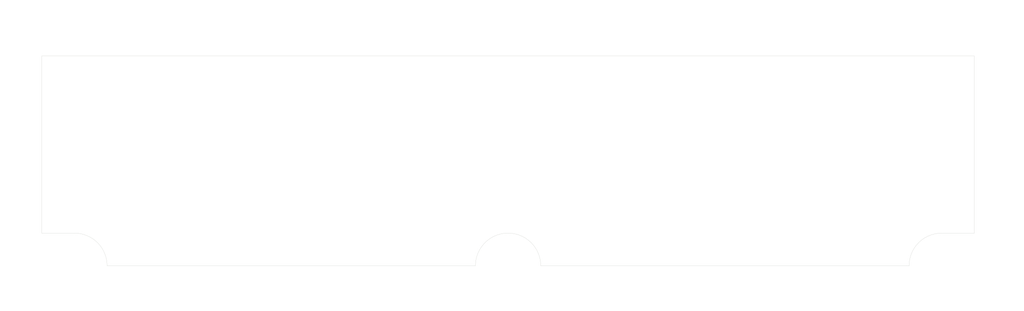
<source format=kicad_pcb>
(kicad_pcb (version 20171130) (host pcbnew "(5.1.6)-1")

  (general
    (thickness 1.6)
    (drawings 32)
    (tracks 0)
    (zones 0)
    (modules 11)
    (nets 1)
  )

  (page A4)
  (title_block
    (title "Фланец для JLH")
    (date 2020-06-29)
    (company "Першин С. С.")
  )

  (layers
    (0 F.Cu signal)
    (31 B.Cu signal)
    (32 B.Adhes user)
    (33 F.Adhes user)
    (34 B.Paste user)
    (35 F.Paste user)
    (36 B.SilkS user)
    (37 F.SilkS user)
    (38 B.Mask user)
    (39 F.Mask user)
    (40 Dwgs.User user)
    (41 Cmts.User user)
    (42 Eco1.User user)
    (43 Eco2.User user)
    (44 Edge.Cuts user)
    (45 Margin user)
    (46 B.CrtYd user)
    (47 F.CrtYd user)
    (48 B.Fab user)
    (49 F.Fab user)
  )

  (setup
    (last_trace_width 0.25)
    (user_trace_width 1)
    (user_trace_width 2.5)
    (user_trace_width 5)
    (trace_clearance 0.2)
    (zone_clearance 0.508)
    (zone_45_only no)
    (trace_min 0.2)
    (via_size 0.8)
    (via_drill 0.4)
    (via_min_size 0.4)
    (via_min_drill 0.3)
    (uvia_size 0.3)
    (uvia_drill 0.1)
    (uvias_allowed no)
    (uvia_min_size 0.2)
    (uvia_min_drill 0.1)
    (edge_width 0.05)
    (segment_width 0.2)
    (pcb_text_width 0.3)
    (pcb_text_size 1.5 1.5)
    (mod_edge_width 0.12)
    (mod_text_size 1 1)
    (mod_text_width 0.15)
    (pad_size 1.524 1.524)
    (pad_drill 0.762)
    (pad_to_mask_clearance 0.051)
    (solder_mask_min_width 0.25)
    (aux_axis_origin 0 0)
    (visible_elements 7FFFFFFF)
    (pcbplotparams
      (layerselection 0x01000_7ffffffe)
      (usegerberextensions false)
      (usegerberattributes false)
      (usegerberadvancedattributes false)
      (creategerberjobfile false)
      (excludeedgelayer true)
      (linewidth 0.100000)
      (plotframeref false)
      (viasonmask false)
      (mode 1)
      (useauxorigin false)
      (hpglpennumber 1)
      (hpglpenspeed 20)
      (hpglpendiameter 15.000000)
      (psnegative false)
      (psa4output false)
      (plotreference true)
      (plotvalue true)
      (plotinvisibletext false)
      (padsonsilk false)
      (subtractmaskfromsilk false)
      (outputformat 1)
      (mirror false)
      (drillshape 0)
      (scaleselection 1)
      (outputdirectory "Output/"))
  )

  (net 0 "")

  (net_class Default "This is the default net class."
    (clearance 0.2)
    (trace_width 0.25)
    (via_dia 0.8)
    (via_drill 0.4)
    (uvia_dia 0.3)
    (uvia_drill 0.1)
  )

  (module JLH-Flange:MountingHole_24mm (layer F.Cu) (tedit 5EFA1B81) (tstamp 5EFA7BA4)
    (at 76.25 100.3 270)
    (descr "Mounting Hole 24mm, no annular")
    (tags "mounting hole 24mm no annular")
    (path /5EFB1C73)
    (attr virtual)
    (fp_text reference H8 (at 0 -9.4 90) (layer F.SilkS) hide
      (effects (font (size 1 1) (thickness 0.15)))
    )
    (fp_text value "24 мм" (at 0 9.4 90) (layer F.Fab)
      (effects (font (size 1 1) (thickness 0.15)))
    )
    (fp_circle (center 0 0) (end 8.65 0) (layer F.CrtYd) (width 0.05))
    (fp_circle (center 0 0) (end 8.4 0) (layer Cmts.User) (width 0.15))
    (fp_text user %R (at 0.3 0 90) (layer F.Fab)
      (effects (font (size 1 1) (thickness 0.15)))
    )
    (pad "" np_thru_hole circle (at 0 0 270) (size 24 24) (drill 24) (layers *.Cu *.Mask))
  )

  (module JLH-Flange:MountingHole_24mm (layer F.Cu) (tedit 5EFA1B81) (tstamp 5EFA7B9C)
    (at 126.25 100.3 270)
    (descr "Mounting Hole 24mm, no annular")
    (tags "mounting hole 24mm no annular")
    (path /5EFB08C5)
    (attr virtual)
    (fp_text reference H7 (at 0 -9.4 90) (layer F.SilkS) hide
      (effects (font (size 1 1) (thickness 0.15)))
    )
    (fp_text value "24 мм" (at 0 9.4 90) (layer F.Fab)
      (effects (font (size 1 1) (thickness 0.15)))
    )
    (fp_circle (center 0 0) (end 8.65 0) (layer F.CrtYd) (width 0.05))
    (fp_circle (center 0 0) (end 8.4 0) (layer Cmts.User) (width 0.15))
    (fp_text user %R (at 0.3 0 90) (layer F.Fab)
      (effects (font (size 1 1) (thickness 0.15)))
    )
    (pad "" np_thru_hole circle (at 0 0 270) (size 24 24) (drill 24) (layers *.Cu *.Mask))
  )

  (module JLH-Flange:MountingHole_24mm (layer F.Cu) (tedit 5EFA1B81) (tstamp 5EFA7B94)
    (at 176.25 100.3 270)
    (descr "Mounting Hole 24mm, no annular")
    (tags "mounting hole 24mm no annular")
    (path /5EFB20D7)
    (attr virtual)
    (fp_text reference H6 (at 0 -9.4 90) (layer F.SilkS) hide
      (effects (font (size 1 1) (thickness 0.15)))
    )
    (fp_text value "24 мм" (at 0 9.4 90) (layer F.Fab)
      (effects (font (size 1 1) (thickness 0.15)))
    )
    (fp_circle (center 0 0) (end 8.65 0) (layer F.CrtYd) (width 0.05))
    (fp_circle (center 0 0) (end 8.4 0) (layer Cmts.User) (width 0.15))
    (fp_text user %R (at 0.3 0 90) (layer F.Fab)
      (effects (font (size 1 1) (thickness 0.15)))
    )
    (pad "" np_thru_hole circle (at 0 0 270) (size 24 24) (drill 24) (layers *.Cu *.Mask))
  )

  (module JLH-Flange:MountingHole_24mm (layer F.Cu) (tedit 5EFA1B81) (tstamp 5EFA7B8C)
    (at 226.25 100.3 270)
    (descr "Mounting Hole 24mm, no annular")
    (tags "mounting hole 24mm no annular")
    (path /5EFADF97)
    (attr virtual)
    (fp_text reference H5 (at 0 -9.4 90) (layer F.SilkS) hide
      (effects (font (size 1 1) (thickness 0.15)))
    )
    (fp_text value "24 мм" (at 0 9.4 90) (layer F.Fab)
      (effects (font (size 1 1) (thickness 0.15)))
    )
    (fp_circle (center 0 0) (end 8.65 0) (layer F.CrtYd) (width 0.05))
    (fp_circle (center 0 0) (end 8.4 0) (layer Cmts.User) (width 0.15))
    (fp_text user %R (at 0.3 0 90) (layer F.Fab)
      (effects (font (size 1 1) (thickness 0.15)))
    )
    (pad "" np_thru_hole circle (at 0 0 270) (size 24 24) (drill 24) (layers *.Cu *.Mask))
  )

  (module MountingHole:MountingHole_8.4mm_M8 (layer F.Cu) (tedit 56D1B4CB) (tstamp 5EFA16FB)
    (at 58.75 81.8 270)
    (descr "Mounting Hole 8.4mm, no annular, M8")
    (tags "mounting hole 8.4mm no annular m8")
    (path /5EFAAB0F)
    (attr virtual)
    (fp_text reference H3 (at 0 -9.4 90) (layer F.SilkS) hide
      (effects (font (size 1 1) (thickness 0.15)))
    )
    (fp_text value "8,4 мм" (at 0 9.4 90) (layer F.Fab)
      (effects (font (size 1 1) (thickness 0.15)))
    )
    (fp_circle (center 0 0) (end 8.4 0) (layer Cmts.User) (width 0.15))
    (fp_circle (center 0 0) (end 8.65 0) (layer F.CrtYd) (width 0.05))
    (fp_text user %R (at 0.3 0 90) (layer F.Fab)
      (effects (font (size 1 1) (thickness 0.15)))
    )
    (pad 1 np_thru_hole circle (at 0 0 270) (size 8.4 8.4) (drill 8.4) (layers *.Cu *.Mask))
  )

  (module MountingHole:MountingHole_8.4mm_M8 (layer F.Cu) (tedit 56D1B4CB) (tstamp 5EFA16F3)
    (at 243.75 81.8 270)
    (descr "Mounting Hole 8.4mm, no annular, M8")
    (tags "mounting hole 8.4mm no annular m8")
    (path /5EFAA6A3)
    (attr virtual)
    (fp_text reference H1 (at 0 -9.4 90) (layer F.SilkS) hide
      (effects (font (size 1 1) (thickness 0.15)))
    )
    (fp_text value "8,4 мм" (at 0 9.4 90) (layer F.Fab)
      (effects (font (size 1 1) (thickness 0.15)))
    )
    (fp_circle (center 0 0) (end 8.4 0) (layer Cmts.User) (width 0.15))
    (fp_circle (center 0 0) (end 8.65 0) (layer F.CrtYd) (width 0.05))
    (fp_text user %R (at 0.3 0 90) (layer F.Fab)
      (effects (font (size 1 1) (thickness 0.15)))
    )
    (pad 1 np_thru_hole circle (at 0 0 270) (size 8.4 8.4) (drill 8.4) (layers *.Cu *.Mask))
  )

  (module MountingHole:MountingHole_4.5mm (layer F.Cu) (tedit 56D1B4CB) (tstamp 5EFA1619)
    (at 201.25 110.3 270)
    (descr "Mounting Hole 4.5mm, no annular")
    (tags "mounting hole 4.5mm no annular")
    (path /5EFA1F80)
    (attr virtual)
    (fp_text reference H11 (at 0 -5.5 90) (layer F.SilkS) hide
      (effects (font (size 1 1) (thickness 0.15)))
    )
    (fp_text value "4,5 мм" (at 0 5.5 90) (layer F.Fab)
      (effects (font (size 1 1) (thickness 0.15)))
    )
    (fp_circle (center 0 0) (end 4.5 0) (layer Cmts.User) (width 0.15))
    (fp_circle (center 0 0) (end 4.75 0) (layer F.CrtYd) (width 0.05))
    (fp_text user %R (at 0.3 0 90) (layer F.Fab)
      (effects (font (size 1 1) (thickness 0.15)))
    )
    (pad 1 np_thru_hole circle (at 0 0 270) (size 4.5 4.5) (drill 4.5) (layers *.Cu *.Mask))
  )

  (module MountingHole:MountingHole_4.5mm (layer F.Cu) (tedit 56D1B4CB) (tstamp 5EFA1611)
    (at 56.25 100.3 270)
    (descr "Mounting Hole 4.5mm, no annular")
    (tags "mounting hole 4.5mm no annular")
    (path /5EFA1526)
    (attr virtual)
    (fp_text reference H10 (at 0 -5.5 90) (layer F.SilkS) hide
      (effects (font (size 1 1) (thickness 0.15)))
    )
    (fp_text value "4,5 мм" (at 0 5.5 90) (layer F.Fab)
      (effects (font (size 1 1) (thickness 0.15)))
    )
    (fp_circle (center 0 0) (end 4.5 0) (layer Cmts.User) (width 0.15))
    (fp_circle (center 0 0) (end 4.75 0) (layer F.CrtYd) (width 0.05))
    (fp_text user %R (at 0.3 0 90) (layer F.Fab)
      (effects (font (size 1 1) (thickness 0.15)))
    )
    (pad 1 np_thru_hole circle (at 0 0 270) (size 4.5 4.5) (drill 4.5) (layers *.Cu *.Mask))
  )

  (module MountingHole:MountingHole_4.5mm (layer F.Cu) (tedit 56D1B4CB) (tstamp 5EFA1609)
    (at 101.25 110.3 270)
    (descr "Mounting Hole 4.5mm, no annular")
    (tags "mounting hole 4.5mm no annular")
    (path /5EFA1CA8)
    (attr virtual)
    (fp_text reference H9 (at 0 -5.5 90) (layer F.SilkS) hide
      (effects (font (size 1 1) (thickness 0.15)))
    )
    (fp_text value "4,5 мм" (at 0 5.5 90) (layer F.Fab)
      (effects (font (size 1 1) (thickness 0.15)))
    )
    (fp_circle (center 0 0) (end 4.5 0) (layer Cmts.User) (width 0.15))
    (fp_circle (center 0 0) (end 4.75 0) (layer F.CrtYd) (width 0.05))
    (fp_text user %R (at 0.3 0 90) (layer F.Fab)
      (effects (font (size 1 1) (thickness 0.15)))
    )
    (pad 1 np_thru_hole circle (at 0 0 270) (size 4.5 4.5) (drill 4.5) (layers *.Cu *.Mask))
  )

  (module MountingHole:MountingHole_4.5mm (layer F.Cu) (tedit 56D1B4CB) (tstamp 5EFA1601)
    (at 151.25 90.3 270)
    (descr "Mounting Hole 4.5mm, no annular")
    (tags "mounting hole 4.5mm no annular")
    (path /5EFA15A4)
    (attr virtual)
    (fp_text reference H4 (at 0 -5.5 90) (layer F.SilkS) hide
      (effects (font (size 1 1) (thickness 0.15)))
    )
    (fp_text value "4,5 мм" (at 0 5.5 90) (layer F.Fab)
      (effects (font (size 1 1) (thickness 0.15)))
    )
    (fp_circle (center 0 0) (end 4.5 0) (layer Cmts.User) (width 0.15))
    (fp_circle (center 0 0) (end 4.75 0) (layer F.CrtYd) (width 0.05))
    (fp_text user %R (at 0.3 0 90) (layer F.Fab)
      (effects (font (size 1 1) (thickness 0.15)))
    )
    (pad 1 np_thru_hole circle (at 0 0 270) (size 4.5 4.5) (drill 4.5) (layers *.Cu *.Mask))
  )

  (module MountingHole:MountingHole_4.5mm (layer F.Cu) (tedit 56D1B4CB) (tstamp 5EFA15F1)
    (at 246.25 100.3 270)
    (descr "Mounting Hole 4.5mm, no annular")
    (tags "mounting hole 4.5mm no annular")
    (path /5EFA18A5)
    (attr virtual)
    (fp_text reference H2 (at 0 -5.5 90) (layer F.SilkS) hide
      (effects (font (size 1 1) (thickness 0.15)))
    )
    (fp_text value "4,5 мм" (at 0 5.5 90) (layer F.Fab)
      (effects (font (size 1 1) (thickness 0.15)))
    )
    (fp_circle (center 0 0) (end 4.75 0) (layer F.CrtYd) (width 0.05))
    (fp_circle (center 0 0) (end 4.5 0) (layer Cmts.User) (width 0.15))
    (fp_text user %R (at 0.3 0 90) (layer F.Fab)
      (effects (font (size 1 1) (thickness 0.15)))
    )
    (pad 1 np_thru_hole circle (at 0 0 270) (size 4.5 4.5) (drill 4.5) (layers *.Cu *.Mask))
  )

  (dimension 8 (width 0.15) (layer Eco1.User)
    (gr_text "8.000 mm" (at 55.25 130.6) (layer Eco1.User) (tstamp 5EFA8525)
      (effects (font (size 1 1) (thickness 0.15)))
    )
    (feature1 (pts (xy 51.25 113.3) (xy 51.25 129.886421)))
    (feature2 (pts (xy 59.25 113.3) (xy 59.25 129.886421)))
    (crossbar (pts (xy 59.25 129.3) (xy 51.25 129.3)))
    (arrow1a (pts (xy 51.25 129.3) (xy 52.376504 128.713579)))
    (arrow1b (pts (xy 51.25 129.3) (xy 52.376504 129.886421)))
    (arrow2a (pts (xy 59.25 129.3) (xy 58.123496 128.713579)))
    (arrow2b (pts (xy 59.25 129.3) (xy 58.123496 129.886421)))
  )
  (dimension 14 (width 0.15) (layer Eco1.User)
    (gr_text "14.000 mm" (at 58.25 108) (layer Eco1.User) (tstamp 5EFA851F)
      (effects (font (size 1 1) (thickness 0.15)))
    )
    (feature1 (pts (xy 51.25 120.3) (xy 51.25 108.713579)))
    (feature2 (pts (xy 65.25 120.3) (xy 65.25 108.713579)))
    (crossbar (pts (xy 65.25 109.3) (xy 51.25 109.3)))
    (arrow1a (pts (xy 51.25 109.3) (xy 52.376504 108.713579)))
    (arrow1b (pts (xy 51.25 109.3) (xy 52.376504 109.886421)))
    (arrow2a (pts (xy 65.25 109.3) (xy 64.123496 108.713579)))
    (arrow2b (pts (xy 65.25 109.3) (xy 64.123496 109.886421)))
  )
  (dimension 100 (width 0.15) (layer Eco1.User)
    (gr_text "100.000 mm" (at 201.25 64) (layer Eco1.User) (tstamp 5EFA852B)
      (effects (font (size 1 1) (thickness 0.15)))
    )
    (feature1 (pts (xy 251.25 90.3) (xy 251.25 64.713579)))
    (feature2 (pts (xy 151.25 90.3) (xy 151.25 64.713579)))
    (crossbar (pts (xy 151.25 65.3) (xy 251.25 65.3)))
    (arrow1a (pts (xy 251.25 65.3) (xy 250.123496 65.886421)))
    (arrow1b (pts (xy 251.25 65.3) (xy 250.123496 64.713579)))
    (arrow2a (pts (xy 151.25 65.3) (xy 152.376504 65.886421)))
    (arrow2b (pts (xy 151.25 65.3) (xy 152.376504 64.713579)))
  )
  (dimension 100 (width 0.15) (layer Eco1.User)
    (gr_text "100.000 mm" (at 151.25 129.6) (layer Eco1.User) (tstamp 5EFA8501)
      (effects (font (size 1 1) (thickness 0.15)))
    )
    (feature1 (pts (xy 101.25 110.3) (xy 101.25 128.886421)))
    (feature2 (pts (xy 201.25 110.3) (xy 201.25 128.886421)))
    (crossbar (pts (xy 201.25 128.3) (xy 101.25 128.3)))
    (arrow1a (pts (xy 101.25 128.3) (xy 102.376504 127.713579)))
    (arrow1b (pts (xy 101.25 128.3) (xy 102.376504 128.886421)))
    (arrow2a (pts (xy 201.25 128.3) (xy 200.123496 127.713579)))
    (arrow2b (pts (xy 201.25 128.3) (xy 200.123496 128.886421)))
  )
  (dimension 14 (width 0.15) (layer Eco1.User)
    (gr_text "14.000 mm" (at 151.25 108) (layer Eco1.User) (tstamp 5EFA8507)
      (effects (font (size 1 1) (thickness 0.15)))
    )
    (feature1 (pts (xy 144.25 120.3) (xy 144.25 108.713579)))
    (feature2 (pts (xy 158.25 120.3) (xy 158.25 108.713579)))
    (crossbar (pts (xy 158.25 109.3) (xy 144.25 109.3)))
    (arrow1a (pts (xy 144.25 109.3) (xy 145.376504 108.713579)))
    (arrow1b (pts (xy 144.25 109.3) (xy 145.376504 109.886421)))
    (arrow2a (pts (xy 158.25 109.3) (xy 157.123496 108.713579)))
    (arrow2b (pts (xy 158.25 109.3) (xy 157.123496 109.886421)))
  )
  (dimension 15 (width 0.15) (layer Eco1.User)
    (gr_text "15.000 mm" (at 143.95 82.8 -90) (layer Eco1.User) (tstamp 5EFA850D)
      (effects (font (size 1 1) (thickness 0.15)))
    )
    (feature1 (pts (xy 151.25 75.3) (xy 144.663579 75.3)))
    (feature2 (pts (xy 151.25 90.3) (xy 144.663579 90.3)))
    (crossbar (pts (xy 145.25 90.3) (xy 145.25 75.3)))
    (arrow1a (pts (xy 145.25 75.3) (xy 145.836421 76.426504)))
    (arrow1b (pts (xy 145.25 75.3) (xy 144.663579 76.426504)))
    (arrow2a (pts (xy 145.25 90.3) (xy 145.836421 89.173496)))
    (arrow2b (pts (xy 145.25 90.3) (xy 144.663579 89.173496)))
  )
  (dimension 25 (width 0.15) (layer Eco1.User)
    (gr_text "25.000 mm" (at 45.95 87.8 -90) (layer Eco1.User) (tstamp 5EFA84DD)
      (effects (font (size 1 1) (thickness 0.15)))
    )
    (feature1 (pts (xy 56.25 75.3) (xy 46.663579 75.3)))
    (feature2 (pts (xy 56.25 100.3) (xy 46.663579 100.3)))
    (crossbar (pts (xy 47.25 100.3) (xy 47.25 75.3)))
    (arrow1a (pts (xy 47.25 75.3) (xy 47.836421 76.426504)))
    (arrow1b (pts (xy 47.25 75.3) (xy 46.663579 76.426504)))
    (arrow2a (pts (xy 47.25 100.3) (xy 47.836421 99.173496)))
    (arrow2b (pts (xy 47.25 100.3) (xy 46.663579 99.173496)))
  )
  (dimension 7.5 (width 0.15) (layer Eco1.User)
    (gr_text "7.500 mm" (at 55 70) (layer Eco1.User) (tstamp 5EFA84FB)
      (effects (font (size 1 1) (thickness 0.15)))
    )
    (feature1 (pts (xy 51.25 81.8) (xy 51.25 70.713579)))
    (feature2 (pts (xy 58.75 81.8) (xy 58.75 70.713579)))
    (crossbar (pts (xy 58.75 71.3) (xy 51.25 71.3)))
    (arrow1a (pts (xy 51.25 71.3) (xy 52.376504 70.713579)))
    (arrow1b (pts (xy 51.25 71.3) (xy 52.376504 71.886421)))
    (arrow2a (pts (xy 58.75 71.3) (xy 57.623496 70.713579)))
    (arrow2b (pts (xy 58.75 71.3) (xy 57.623496 71.886421)))
  )
  (dimension 50 (width 0.15) (layer Eco1.User)
    (gr_text "50.000 mm" (at 226.25 129.6) (layer Eco1.User) (tstamp 5EFA8519)
      (effects (font (size 1 1) (thickness 0.15)))
    )
    (feature1 (pts (xy 251.25 110.3) (xy 251.25 128.886421)))
    (feature2 (pts (xy 201.25 110.3) (xy 201.25 128.886421)))
    (crossbar (pts (xy 201.25 128.3) (xy 251.25 128.3)))
    (arrow1a (pts (xy 251.25 128.3) (xy 250.123496 128.886421)))
    (arrow1b (pts (xy 251.25 128.3) (xy 250.123496 127.713579)))
    (arrow2a (pts (xy 201.25 128.3) (xy 202.376504 128.886421)))
    (arrow2b (pts (xy 201.25 128.3) (xy 202.376504 127.713579)))
  )
  (dimension 50 (width 0.15) (layer Eco1.User)
    (gr_text "50.000 mm" (at 101.25 125.6) (layer Eco1.User) (tstamp 5EFA8513)
      (effects (font (size 1 1) (thickness 0.15)))
    )
    (feature1 (pts (xy 76.25 100.3) (xy 76.25 124.886421)))
    (feature2 (pts (xy 126.25 100.3) (xy 126.25 124.886421)))
    (crossbar (pts (xy 126.25 124.3) (xy 76.25 124.3)))
    (arrow1a (pts (xy 76.25 124.3) (xy 77.376504 123.713579)))
    (arrow1b (pts (xy 76.25 124.3) (xy 77.376504 124.886421)))
    (arrow2a (pts (xy 126.25 124.3) (xy 125.123496 123.713579)))
    (arrow2b (pts (xy 126.25 124.3) (xy 125.123496 124.886421)))
  )
  (dimension 50 (width 0.15) (layer Eco1.User)
    (gr_text "50.000 mm" (at 151.25 125.6) (layer Eco1.User) (tstamp 5EFA84F5)
      (effects (font (size 1 1) (thickness 0.15)))
    )
    (feature1 (pts (xy 126.25 100.3) (xy 126.25 124.886421)))
    (feature2 (pts (xy 176.25 100.3) (xy 176.25 124.886421)))
    (crossbar (pts (xy 176.25 124.3) (xy 126.25 124.3)))
    (arrow1a (pts (xy 126.25 124.3) (xy 127.376504 123.713579)))
    (arrow1b (pts (xy 126.25 124.3) (xy 127.376504 124.886421)))
    (arrow2a (pts (xy 176.25 124.3) (xy 175.123496 123.713579)))
    (arrow2b (pts (xy 176.25 124.3) (xy 175.123496 124.886421)))
  )
  (dimension 50 (width 0.15) (layer Eco1.User)
    (gr_text "50.000 mm" (at 201.25 125.6) (layer Eco1.User) (tstamp 5EFA84EF)
      (effects (font (size 1 1) (thickness 0.15)))
    )
    (feature1 (pts (xy 176.25 100.3) (xy 176.25 124.886421)))
    (feature2 (pts (xy 226.25 100.3) (xy 226.25 124.886421)))
    (crossbar (pts (xy 226.25 124.3) (xy 176.25 124.3)))
    (arrow1a (pts (xy 176.25 124.3) (xy 177.376504 123.713579)))
    (arrow1b (pts (xy 176.25 124.3) (xy 177.376504 124.886421)))
    (arrow2a (pts (xy 226.25 124.3) (xy 225.123496 123.713579)))
    (arrow2b (pts (xy 226.25 124.3) (xy 225.123496 124.886421)))
  )
  (dimension 25 (width 0.15) (layer Eco1.User)
    (gr_text "25.000 mm" (at 63.75 125.6) (layer Eco1.User) (tstamp 5EFA84E9)
      (effects (font (size 1 1) (thickness 0.15)))
    )
    (feature1 (pts (xy 51.25 100.3) (xy 51.25 124.886421)))
    (feature2 (pts (xy 76.25 100.3) (xy 76.25 124.886421)))
    (crossbar (pts (xy 76.25 124.3) (xy 51.25 124.3)))
    (arrow1a (pts (xy 51.25 124.3) (xy 52.376504 123.713579)))
    (arrow1b (pts (xy 51.25 124.3) (xy 52.376504 124.886421)))
    (arrow2a (pts (xy 76.25 124.3) (xy 75.123496 123.713579)))
    (arrow2b (pts (xy 76.25 124.3) (xy 75.123496 124.886421)))
  )
  (dimension 25 (width 0.15) (layer Eco1.User)
    (gr_text "25.000 mm" (at 238.75 125.6) (layer Eco1.User) (tstamp 5EFA84E3)
      (effects (font (size 1 1) (thickness 0.15)))
    )
    (feature1 (pts (xy 251.25 100.3) (xy 251.25 124.886421)))
    (feature2 (pts (xy 226.25 100.3) (xy 226.25 124.886421)))
    (crossbar (pts (xy 226.25 124.3) (xy 251.25 124.3)))
    (arrow1a (pts (xy 251.25 124.3) (xy 250.123496 124.886421)))
    (arrow1b (pts (xy 251.25 124.3) (xy 250.123496 123.713579)))
    (arrow2a (pts (xy 226.25 124.3) (xy 227.376504 124.886421)))
    (arrow2b (pts (xy 226.25 124.3) (xy 227.376504 123.713579)))
  )
  (dimension 10 (width 0.15) (layer Eco1.User)
    (gr_text "10.000 mm" (at 207.55 115.3 -90) (layer Eco1.User) (tstamp 5EFA84CB)
      (effects (font (size 1 1) (thickness 0.15)))
    )
    (feature1 (pts (xy 201.25 120.3) (xy 206.836421 120.3)))
    (feature2 (pts (xy 201.25 110.3) (xy 206.836421 110.3)))
    (crossbar (pts (xy 206.25 110.3) (xy 206.25 120.3)))
    (arrow1a (pts (xy 206.25 120.3) (xy 205.663579 119.173496)))
    (arrow1b (pts (xy 206.25 120.3) (xy 206.836421 119.173496)))
    (arrow2a (pts (xy 206.25 110.3) (xy 205.663579 111.426504)))
    (arrow2b (pts (xy 206.25 110.3) (xy 206.836421 111.426504)))
  )
  (dimension 5 (width 0.15) (layer Eco1.User)
    (gr_text "5.000 mm" (at 248.75 106.6) (layer Eco1.User) (tstamp 5EFA84BF)
      (effects (font (size 1 1) (thickness 0.15)))
    )
    (feature1 (pts (xy 251.25 100.3) (xy 251.25 105.886421)))
    (feature2 (pts (xy 246.25 100.3) (xy 246.25 105.886421)))
    (crossbar (pts (xy 246.25 105.3) (xy 251.25 105.3)))
    (arrow1a (pts (xy 251.25 105.3) (xy 250.123496 105.886421)))
    (arrow1b (pts (xy 251.25 105.3) (xy 250.123496 104.713579)))
    (arrow2a (pts (xy 246.25 105.3) (xy 247.376504 105.886421)))
    (arrow2b (pts (xy 246.25 105.3) (xy 247.376504 104.713579)))
  )
  (dimension 25 (width 0.15) (layer Eco1.User)
    (gr_text "25.000 mm" (at 212.95 87.8 -90) (layer Eco1.User) (tstamp 5EFA84A4)
      (effects (font (size 1 1) (thickness 0.15)))
    )
    (feature1 (pts (xy 226.25 75.3) (xy 213.663579 75.3)))
    (feature2 (pts (xy 226.25 100.3) (xy 213.663579 100.3)))
    (crossbar (pts (xy 214.25 100.3) (xy 214.25 75.3)))
    (arrow1a (pts (xy 214.25 75.3) (xy 214.836421 76.426504)))
    (arrow1b (pts (xy 214.25 75.3) (xy 213.663579 76.426504)))
    (arrow2a (pts (xy 214.25 100.3) (xy 214.836421 99.173496)))
    (arrow2b (pts (xy 214.25 100.3) (xy 213.663579 99.173496)))
  )
  (dimension 20 (width 0.15) (layer Eco1.User)
    (gr_text "20.000 mm" (at 212.95 110.3 -90) (layer Eco1.User) (tstamp 5EFA84C5)
      (effects (font (size 1 1) (thickness 0.15)))
    )
    (feature1 (pts (xy 226.25 120.3) (xy 213.663579 120.3)))
    (feature2 (pts (xy 226.25 100.3) (xy 213.663579 100.3)))
    (crossbar (pts (xy 214.25 100.3) (xy 214.25 120.3)))
    (arrow1a (pts (xy 214.25 120.3) (xy 213.663579 119.173496)))
    (arrow1b (pts (xy 214.25 120.3) (xy 214.836421 119.173496)))
    (arrow2a (pts (xy 214.25 100.3) (xy 213.663579 101.426504)))
    (arrow2b (pts (xy 214.25 100.3) (xy 214.836421 101.426504)))
  )
  (dimension 24 (width 0.15) (layer Eco1.User)
    (gr_text "24.000 mm" (at 226.25 70) (layer Eco1.User) (tstamp 5EFA84B9)
      (effects (font (size 1 1) (thickness 0.15)))
    )
    (feature1 (pts (xy 214.25 100.3) (xy 214.25 70.713579)))
    (feature2 (pts (xy 238.25 100.3) (xy 238.25 70.713579)))
    (crossbar (pts (xy 238.25 71.3) (xy 214.25 71.3)))
    (arrow1a (pts (xy 214.25 71.3) (xy 215.376504 70.713579)))
    (arrow1b (pts (xy 214.25 71.3) (xy 215.376504 71.886421)))
    (arrow2a (pts (xy 238.25 71.3) (xy 237.123496 70.713579)))
    (arrow2b (pts (xy 238.25 71.3) (xy 237.123496 71.886421)))
  )
  (dimension 8 (width 0.15) (layer Eco1.User)
    (gr_text "8.000 mm" (at 243.75 70) (layer Eco1.User) (tstamp 5EFA84D7)
      (effects (font (size 1 1) (thickness 0.15)))
    )
    (feature1 (pts (xy 239.75 81.8) (xy 239.75 70.713579)))
    (feature2 (pts (xy 247.75 81.8) (xy 247.75 70.713579)))
    (crossbar (pts (xy 247.75 71.3) (xy 239.75 71.3)))
    (arrow1a (pts (xy 239.75 71.3) (xy 240.876504 70.713579)))
    (arrow1b (pts (xy 239.75 71.3) (xy 240.876504 71.886421)))
    (arrow2a (pts (xy 247.75 71.3) (xy 246.623496 70.713579)))
    (arrow2b (pts (xy 247.75 71.3) (xy 246.623496 71.886421)))
  )
  (dimension 38 (width 0.15) (layer Eco1.User)
    (gr_text "38.000 mm" (at 260.55 94.3 -90) (layer Eco1.User) (tstamp 5EFA84B3)
      (effects (font (size 1 1) (thickness 0.15)))
    )
    (feature1 (pts (xy 251.25 113.3) (xy 259.836421 113.3)))
    (feature2 (pts (xy 251.25 75.3) (xy 259.836421 75.3)))
    (crossbar (pts (xy 259.25 75.3) (xy 259.25 113.3)))
    (arrow1a (pts (xy 259.25 113.3) (xy 258.663579 112.173496)))
    (arrow1b (pts (xy 259.25 113.3) (xy 259.836421 112.173496)))
    (arrow2a (pts (xy 259.25 75.3) (xy 258.663579 76.426504)))
    (arrow2b (pts (xy 259.25 75.3) (xy 259.836421 76.426504)))
  )
  (dimension 45 (width 0.15) (layer Eco1.User)
    (gr_text "45.000 mm" (at 256.55 97.8 -90) (layer Eco1.User) (tstamp 5EFA84AD)
      (effects (font (size 1 1) (thickness 0.15)))
    )
    (feature1 (pts (xy 237.25 75.3) (xy 255.836421 75.3)))
    (feature2 (pts (xy 237.25 120.3) (xy 255.836421 120.3)))
    (crossbar (pts (xy 255.25 120.3) (xy 255.25 75.3)))
    (arrow1a (pts (xy 255.25 75.3) (xy 255.836421 76.426504)))
    (arrow1b (pts (xy 255.25 75.3) (xy 254.663579 76.426504)))
    (arrow2a (pts (xy 255.25 120.3) (xy 255.836421 119.173496)))
    (arrow2b (pts (xy 255.25 120.3) (xy 254.663579 119.173496)))
  )
  (gr_line (start 58.25 113.3) (end 51.25 113.3) (layer Edge.Cuts) (width 0.05))
  (gr_line (start 244.25 113.3) (end 251.25 113.3) (layer Edge.Cuts) (width 0.05))
  (gr_arc (start 244.25 120.3) (end 244.25 113.3) (angle -90) (layer Edge.Cuts) (width 0.05) (tstamp 5EF66549))
  (gr_arc (start 58.25 120.3) (end 65.25 120.3) (angle -90) (layer Edge.Cuts) (width 0.05) (tstamp 5EF664F5))
  (gr_line (start 144.25 120.3) (end 65.25 120.3) (layer Edge.Cuts) (width 0.05) (tstamp 5EF661B7))
  (gr_line (start 158.25 120.3) (end 237.25 120.3) (layer Edge.Cuts) (width 0.05) (tstamp 5EF661B6))
  (gr_arc (start 151.25 120.3) (end 158.25 120.3) (angle -180) (layer Edge.Cuts) (width 0.05))
  (gr_line (start 51.25 75.3) (end 251.25 75.3) (layer Edge.Cuts) (width 0.05) (tstamp 5D20E702))
  (gr_line (start 51.25 113.3) (end 51.25 75.3) (layer Edge.Cuts) (width 0.05))
  (gr_line (start 251.25 113.3) (end 251.25 75.3) (layer Edge.Cuts) (width 0.05))

)

</source>
